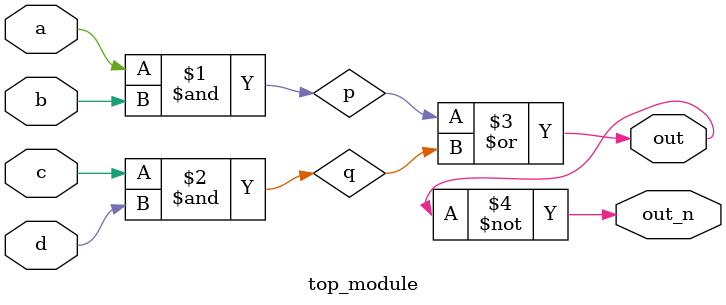
<source format=v>
module top_module(
    input a,
    input b,
    input c,
    input d,
    output out,
    output out_n   ); 
    wire p,q;
    assign p=a & b;
    assign q=c & d;
    assign out=p | q;
    assign out_n=(~out);
endmodule

</source>
